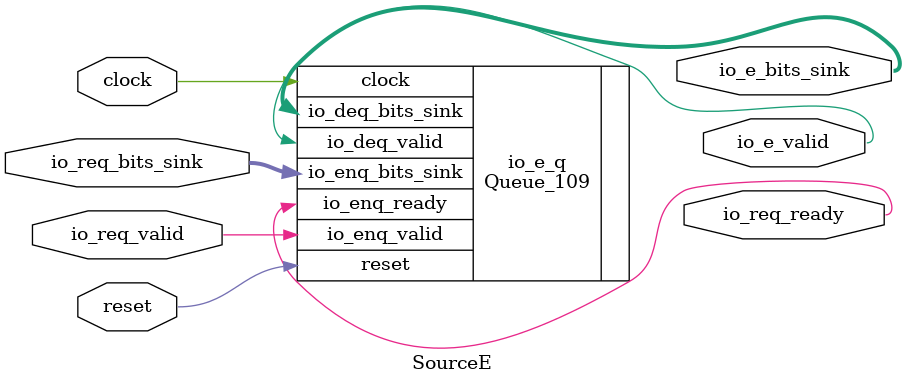
<source format=sv>
`ifndef RANDOMIZE
  `ifdef RANDOMIZE_REG_INIT
    `define RANDOMIZE
  `endif // RANDOMIZE_REG_INIT
`endif // not def RANDOMIZE
`ifndef RANDOMIZE
  `ifdef RANDOMIZE_MEM_INIT
    `define RANDOMIZE
  `endif // RANDOMIZE_MEM_INIT
`endif // not def RANDOMIZE

`ifndef RANDOM
  `define RANDOM $random
`endif // not def RANDOM

// Users can define 'PRINTF_COND' to add an extra gate to prints.
`ifndef PRINTF_COND_
  `ifdef PRINTF_COND
    `define PRINTF_COND_ (`PRINTF_COND)
  `else  // PRINTF_COND
    `define PRINTF_COND_ 1
  `endif // PRINTF_COND
`endif // not def PRINTF_COND_

// Users can define 'ASSERT_VERBOSE_COND' to add an extra gate to assert error printing.
`ifndef ASSERT_VERBOSE_COND_
  `ifdef ASSERT_VERBOSE_COND
    `define ASSERT_VERBOSE_COND_ (`ASSERT_VERBOSE_COND)
  `else  // ASSERT_VERBOSE_COND
    `define ASSERT_VERBOSE_COND_ 1
  `endif // ASSERT_VERBOSE_COND
`endif // not def ASSERT_VERBOSE_COND_

// Users can define 'STOP_COND' to add an extra gate to stop conditions.
`ifndef STOP_COND_
  `ifdef STOP_COND
    `define STOP_COND_ (`STOP_COND)
  `else  // STOP_COND
    `define STOP_COND_ 1
  `endif // STOP_COND
`endif // not def STOP_COND_

// Users can define INIT_RANDOM as general code that gets injected into the
// initializer block for modules with registers.
`ifndef INIT_RANDOM
  `define INIT_RANDOM
`endif // not def INIT_RANDOM

// If using random initialization, you can also define RANDOMIZE_DELAY to
// customize the delay used, otherwise 0.002 is used.
`ifndef RANDOMIZE_DELAY
  `define RANDOMIZE_DELAY 0.002
`endif // not def RANDOMIZE_DELAY

// Define INIT_RANDOM_PROLOG_ for use in our modules below.
`ifndef INIT_RANDOM_PROLOG_
  `ifdef RANDOMIZE
    `ifdef VERILATOR
      `define INIT_RANDOM_PROLOG_ `INIT_RANDOM
    `else  // VERILATOR
      `define INIT_RANDOM_PROLOG_ `INIT_RANDOM #`RANDOMIZE_DELAY begin end
    `endif // VERILATOR
  `else  // RANDOMIZE
    `define INIT_RANDOM_PROLOG_
  `endif // RANDOMIZE
`endif // not def INIT_RANDOM_PROLOG_

module SourceE(
  input        clock,
               reset,
               io_req_valid,
  input  [2:0] io_req_bits_sink,
  output       io_req_ready,
               io_e_valid,
  output [2:0] io_e_bits_sink
);

  Queue_109 io_e_q (	// @[Decoupled.scala:375:21]
    .clock            (clock),
    .reset            (reset),
    .io_enq_valid     (io_req_valid),
    .io_enq_bits_sink (io_req_bits_sink),
    .io_enq_ready     (io_req_ready),
    .io_deq_valid     (io_e_valid),
    .io_deq_bits_sink (io_e_bits_sink)
  );
endmodule


</source>
